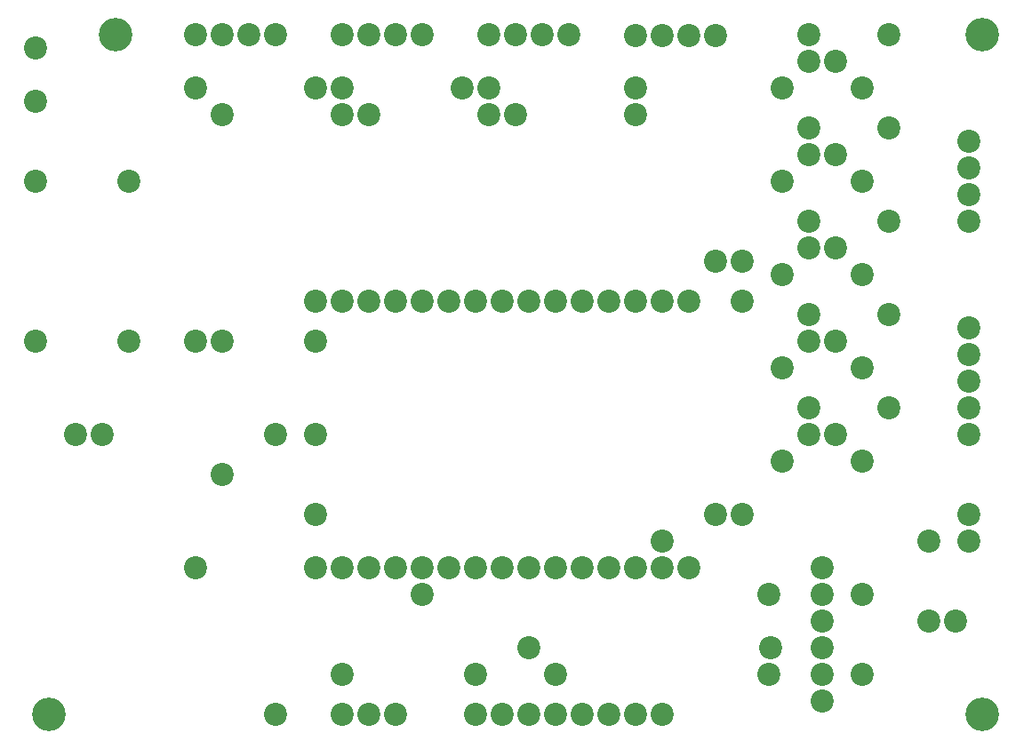
<source format=gbr>
%TF.GenerationSoftware,KiCad,Pcbnew,(5.1.6)-1*%
%TF.CreationDate,2022-08-08T08:16:50-05:00*%
%TF.ProjectId,controller4,636f6e74-726f-46c6-9c65-72342e6b6963,rev?*%
%TF.SameCoordinates,Original*%
%TF.FileFunction,Soldermask,Bot*%
%TF.FilePolarity,Negative*%
%FSLAX46Y46*%
G04 Gerber Fmt 4.6, Leading zero omitted, Abs format (unit mm)*
G04 Created by KiCad (PCBNEW (5.1.6)-1) date 2022-08-08 08:16:50*
%MOMM*%
%LPD*%
G01*
G04 APERTURE LIST*
%ADD10C,2.200000*%
%ADD11C,3.200000*%
G04 APERTURE END LIST*
D10*
%TO.C,J7*%
X92710000Y41910000D03*
X92710000Y39370000D03*
X92710000Y36830000D03*
X92710000Y34290000D03*
X92710000Y31750000D03*
%TD*%
%TO.C,C1*%
X77470000Y31750000D03*
X80010000Y31750000D03*
%TD*%
%TO.C,C2*%
X80010000Y40640000D03*
X77470000Y40640000D03*
%TD*%
%TO.C,C3*%
X77470000Y49530000D03*
X80010000Y49530000D03*
%TD*%
%TO.C,C4*%
X80010000Y58420000D03*
X77470000Y58420000D03*
%TD*%
%TO.C,C5*%
X68580000Y48260000D03*
X71120000Y48260000D03*
%TD*%
%TO.C,C6*%
X77470000Y67310000D03*
X80010000Y67310000D03*
%TD*%
%TO.C,C7*%
X91440000Y13970000D03*
X88900000Y13970000D03*
%TD*%
%TO.C,J1*%
X3810000Y68580000D03*
X3810000Y63500000D03*
%TD*%
%TO.C,J2*%
X19050000Y69850000D03*
X21590000Y69850000D03*
X24130000Y69850000D03*
X26670000Y69850000D03*
%TD*%
%TO.C,J3*%
X40640000Y69850000D03*
X38100000Y69850000D03*
X35560000Y69850000D03*
X33020000Y69850000D03*
%TD*%
%TO.C,J4*%
X46990000Y69850000D03*
X49530000Y69850000D03*
X52070000Y69850000D03*
X54610000Y69850000D03*
%TD*%
%TO.C,J5*%
X68580000Y69789999D03*
X66040000Y69789999D03*
X63500000Y69789999D03*
X60960000Y69789999D03*
%TD*%
%TO.C,J6*%
X92710000Y59690000D03*
X92710000Y57150000D03*
X92710000Y54610000D03*
X92710000Y52070000D03*
%TD*%
%TO.C,J8*%
X10160000Y31750000D03*
X7620000Y31750000D03*
%TD*%
%TO.C,J9*%
X33020000Y5080000D03*
X35560000Y5080000D03*
X38100000Y5080000D03*
%TD*%
%TO.C,J10*%
X63500000Y5080000D03*
X60960000Y5080000D03*
X58420000Y5080000D03*
X55880000Y5080000D03*
X53340000Y5080000D03*
X50800000Y5080000D03*
X48260000Y5080000D03*
X45720000Y5080000D03*
%TD*%
%TO.C,J11*%
X92710000Y24130000D03*
X92710000Y21590000D03*
%TD*%
%TO.C,M1*%
X12700000Y55880000D03*
X12700000Y40640000D03*
X3810000Y40640000D03*
X3810000Y55880000D03*
%TD*%
%TO.C,M2*%
X78740000Y6350000D03*
X78740000Y8890000D03*
X78740000Y11430000D03*
X78740000Y13970000D03*
X78740000Y16510000D03*
X78740000Y19050000D03*
%TD*%
%TO.C,R1*%
X85090000Y69850000D03*
X77470000Y69850000D03*
%TD*%
%TO.C,R2*%
X85090000Y60960000D03*
X77470000Y60960000D03*
%TD*%
%TO.C,R3*%
X77470000Y52070000D03*
X85090000Y52070000D03*
%TD*%
%TO.C,R4*%
X85090000Y43180000D03*
X77470000Y43180000D03*
%TD*%
%TO.C,R5*%
X77470000Y34290000D03*
X85090000Y34290000D03*
%TD*%
%TO.C,R6*%
X82550000Y29210000D03*
X74930000Y29210000D03*
%TD*%
%TO.C,R7*%
X74930000Y38100000D03*
X82550000Y38100000D03*
%TD*%
%TO.C,R8*%
X82550000Y46990000D03*
X74930000Y46990000D03*
%TD*%
%TO.C,R9*%
X74930000Y55880000D03*
X82550000Y55880000D03*
%TD*%
%TO.C,R10*%
X82550000Y64770000D03*
X74930000Y64770000D03*
%TD*%
%TO.C,R11*%
X82550000Y16510000D03*
X82550000Y8890000D03*
%TD*%
%TO.C,U1*%
X30480000Y44450000D03*
X33020000Y44450000D03*
X35560000Y44450000D03*
X38100000Y44450000D03*
X40640000Y44450000D03*
X43180000Y44450000D03*
X45720000Y44450000D03*
X48260000Y44450000D03*
X50800000Y44450000D03*
X53340000Y44450000D03*
X55880000Y44450000D03*
X58420000Y44450000D03*
X60960000Y44450000D03*
X63500000Y44450000D03*
X66040000Y44450000D03*
X66040000Y19050000D03*
X63500000Y19050000D03*
X60960000Y19050000D03*
X58420000Y19050000D03*
X55880000Y19050000D03*
X53340000Y19050000D03*
X50800000Y19050000D03*
X48260000Y19050000D03*
X45720000Y19050000D03*
X43180000Y19050000D03*
X40640000Y19050000D03*
X38100000Y19050000D03*
X35560000Y19050000D03*
X33020000Y19050000D03*
X30480000Y19050000D03*
%TD*%
D11*
X5080000Y5080000D03*
X11430000Y69850000D03*
X93980000Y5080000D03*
X93980000Y69850000D03*
D10*
X19050000Y64770000D03*
X30480000Y64770000D03*
X33020000Y64770000D03*
X44450000Y64770000D03*
X46990000Y64770000D03*
X60960000Y64770000D03*
X19050000Y19050000D03*
X19050000Y40640000D03*
X71120000Y44450000D03*
X71120000Y24130000D03*
X68580000Y24130000D03*
X30480000Y24130000D03*
X26670000Y5080000D03*
X45720000Y8890000D03*
X33020000Y8890000D03*
X26670000Y31750000D03*
X30480000Y31750000D03*
X30480000Y40640000D03*
X21590000Y62230000D03*
X33020000Y62230000D03*
X35560000Y62230000D03*
X46990000Y62230000D03*
X49530000Y62230000D03*
X60960000Y62230000D03*
X21590000Y40640000D03*
X21590000Y27940000D03*
X53340000Y8890000D03*
X73660000Y8890000D03*
X50800000Y11430000D03*
X73799990Y11430000D03*
X73660000Y16510000D03*
X40640000Y16510000D03*
X88900000Y21590000D03*
X63500000Y21590000D03*
M02*

</source>
